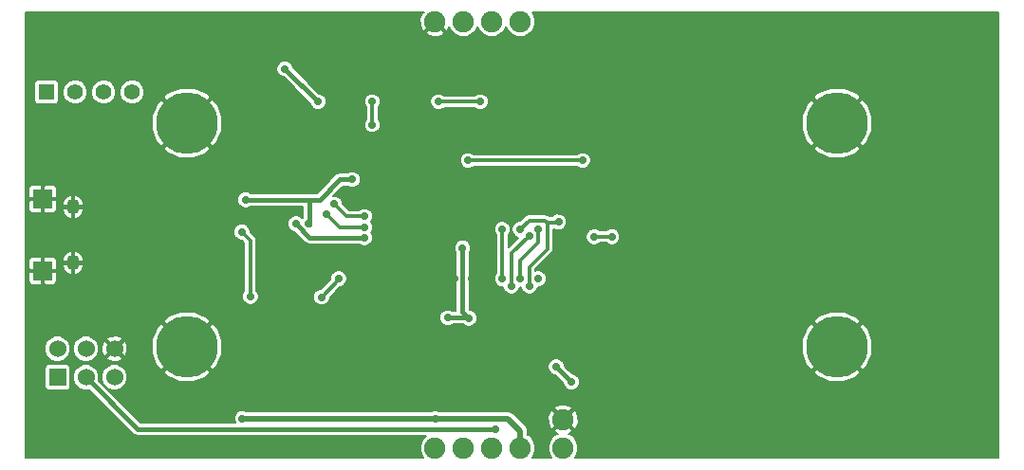
<source format=gbl>
G04 (created by PCBNEW (2013-07-07 BZR 4022)-stable) date 10/12/2013 15:05:52*
%MOIN*%
G04 Gerber Fmt 3.4, Leading zero omitted, Abs format*
%FSLAX34Y34*%
G01*
G70*
G90*
G04 APERTURE LIST*
%ADD10C,0.00590551*%
%ADD11R,0.055X0.055*%
%ADD12C,0.055*%
%ADD13R,0.06X0.06*%
%ADD14C,0.06*%
%ADD15O,0.0452756X0.0551181*%
%ADD16R,0.0669291X0.0669291*%
%ADD17C,0.216535*%
%ADD18C,0.0748031*%
%ADD19C,0.0275591*%
%ADD20C,0.011811*%
%ADD21C,0.015748*%
%ADD22C,0.019685*%
%ADD23C,0.00787402*%
G04 APERTURE END LIST*
G54D10*
G54D11*
X62397Y-34350D03*
G54D12*
X63397Y-34350D03*
X64397Y-34350D03*
X65397Y-34350D03*
G54D13*
X62779Y-44377D03*
G54D14*
X62779Y-43377D03*
X63779Y-44377D03*
X63779Y-43377D03*
X64779Y-44377D03*
X64779Y-43377D03*
G54D15*
X63326Y-38385D03*
X63326Y-40354D03*
G54D16*
X62263Y-38110D03*
X62263Y-40629D03*
G54D17*
X67322Y-43307D03*
X90157Y-43307D03*
X90157Y-35433D03*
X67322Y-35433D03*
G54D18*
X76040Y-31870D03*
X77040Y-31870D03*
X78040Y-31870D03*
X79040Y-31870D03*
X79040Y-46870D03*
X78040Y-46870D03*
X77040Y-46870D03*
X76040Y-46870D03*
X80540Y-46870D03*
X80540Y-45870D03*
G54D19*
X82244Y-39429D03*
X81633Y-39429D03*
X80826Y-44547D03*
X80295Y-44015D03*
X76476Y-42283D03*
X73562Y-39468D03*
X71141Y-38976D03*
X77224Y-42303D03*
X77007Y-39822D03*
X73129Y-37421D03*
X69389Y-38129D03*
X71594Y-38976D03*
X71929Y-34685D03*
X70767Y-33523D03*
X72047Y-41555D03*
X72657Y-40905D03*
X79035Y-40905D03*
X79665Y-39173D03*
X78720Y-41161D03*
X79350Y-39389D03*
X78405Y-40905D03*
X78405Y-39173D03*
X81220Y-36751D03*
X77204Y-36751D03*
X69547Y-41535D03*
X69251Y-39271D03*
X80374Y-38917D03*
X79350Y-41161D03*
X79035Y-39173D03*
X76161Y-34685D03*
X77637Y-34685D03*
X73838Y-35492D03*
X73838Y-34685D03*
X79665Y-40905D03*
X72500Y-38287D03*
X73562Y-38720D03*
X73562Y-39094D03*
X72224Y-38641D03*
X78149Y-46200D03*
X69271Y-45826D03*
X76043Y-45826D03*
X76299Y-39212D03*
X76377Y-43641D03*
X78937Y-43641D03*
X78543Y-43641D03*
X80610Y-43641D03*
X80019Y-43641D03*
X81496Y-43641D03*
X83838Y-38937D03*
X81417Y-40787D03*
X79980Y-41161D03*
X80708Y-40669D03*
X77933Y-40905D03*
X72500Y-41968D03*
X74330Y-35984D03*
X76377Y-36003D03*
X73937Y-43877D03*
X72677Y-44685D03*
X74763Y-41161D03*
X74763Y-40728D03*
X77322Y-40905D03*
X76712Y-40905D03*
X76102Y-40905D03*
X75649Y-35787D03*
X74251Y-37440D03*
X76397Y-37401D03*
X74940Y-37814D03*
X68228Y-44488D03*
X68799Y-41535D03*
X70314Y-37578D03*
X71968Y-37578D03*
X70314Y-35925D03*
X71968Y-35925D03*
X71141Y-36751D03*
X68661Y-33740D03*
X68661Y-32007D03*
X73188Y-34685D03*
X63818Y-39881D03*
X63700Y-37322D03*
X64173Y-37814D03*
X73562Y-38346D03*
X70177Y-39803D03*
X71732Y-40236D03*
X71122Y-40236D03*
X67933Y-38129D03*
X67933Y-37519D03*
X69114Y-34429D03*
X65413Y-39330D03*
X69960Y-44527D03*
X75511Y-44291D03*
X74881Y-44291D03*
X81968Y-44291D03*
X82598Y-44291D03*
G54D20*
X81633Y-39429D02*
X82244Y-39429D01*
G54D21*
X80295Y-44015D02*
X80826Y-44547D01*
X77224Y-42303D02*
X77204Y-42283D01*
X77204Y-42283D02*
X76476Y-42283D01*
X71633Y-39468D02*
X73562Y-39468D01*
X71141Y-38976D02*
X71633Y-39468D01*
X77007Y-42086D02*
X77224Y-42303D01*
X77007Y-39822D02*
X77007Y-42086D01*
X71614Y-38996D02*
X71614Y-38129D01*
X71614Y-38129D02*
X71633Y-38129D01*
X71614Y-38996D02*
X71594Y-38976D01*
X71358Y-38129D02*
X71633Y-38129D01*
X70629Y-38129D02*
X71358Y-38129D01*
X71633Y-38129D02*
X71988Y-38129D01*
X71988Y-38129D02*
X72696Y-37421D01*
X72696Y-37421D02*
X73129Y-37421D01*
X69389Y-38129D02*
X70629Y-38129D01*
X71929Y-34685D02*
X70767Y-33523D01*
G54D20*
X72657Y-40944D02*
X72657Y-40905D01*
X72047Y-41555D02*
X72657Y-40944D01*
X79665Y-39173D02*
X79665Y-39645D01*
X79035Y-40275D02*
X79035Y-40905D01*
X79665Y-39645D02*
X79035Y-40275D01*
X79350Y-39389D02*
X78720Y-40019D01*
X78720Y-40019D02*
X78720Y-41161D01*
X78405Y-39173D02*
X78405Y-40905D01*
X77204Y-36751D02*
X81220Y-36751D01*
X69547Y-41535D02*
X69547Y-39566D01*
X69547Y-39566D02*
X69251Y-39271D01*
X80354Y-38937D02*
X79980Y-38937D01*
X80374Y-38917D02*
X80354Y-38937D01*
X79035Y-39173D02*
X79035Y-39173D01*
X79350Y-40492D02*
X79350Y-41161D01*
X79980Y-39862D02*
X79350Y-40492D01*
X79980Y-38937D02*
X79980Y-39862D01*
X79901Y-38858D02*
X79980Y-38937D01*
X79350Y-38858D02*
X79901Y-38858D01*
X79035Y-39173D02*
X79350Y-38858D01*
X76161Y-34685D02*
X77637Y-34685D01*
X73838Y-34685D02*
X73838Y-35492D01*
X72500Y-38287D02*
X72933Y-38720D01*
X72933Y-38720D02*
X73562Y-38720D01*
X72677Y-39094D02*
X73562Y-39094D01*
X72224Y-38641D02*
X72677Y-39094D01*
G54D21*
X63779Y-44377D02*
X65602Y-46200D01*
X65602Y-46200D02*
X78149Y-46200D01*
G54D22*
X79040Y-46264D02*
X79040Y-46870D01*
X78602Y-45826D02*
X79040Y-46264D01*
X69330Y-45826D02*
X76043Y-45826D01*
X76043Y-45826D02*
X78602Y-45826D01*
G54D21*
X71141Y-36751D02*
X70314Y-37578D01*
X71141Y-36751D02*
X71968Y-37578D01*
X71141Y-36751D02*
X70314Y-35925D01*
X71141Y-36751D02*
X71968Y-35925D01*
G54D10*
G36*
X95826Y-47204D02*
X91399Y-47204D01*
X91399Y-43070D01*
X91399Y-35196D01*
X91214Y-34739D01*
X91203Y-34722D01*
X91051Y-34595D01*
X90995Y-34650D01*
X90995Y-34539D01*
X90868Y-34387D01*
X90414Y-34194D01*
X89920Y-34190D01*
X89463Y-34376D01*
X89446Y-34387D01*
X89319Y-34539D01*
X90157Y-35377D01*
X90995Y-34539D01*
X90995Y-34650D01*
X90213Y-35433D01*
X91051Y-36271D01*
X91203Y-36144D01*
X91395Y-35689D01*
X91399Y-35196D01*
X91399Y-43070D01*
X91214Y-42613D01*
X91203Y-42596D01*
X91051Y-42469D01*
X90995Y-42524D01*
X90995Y-42413D01*
X90995Y-36326D01*
X90157Y-35488D01*
X90101Y-35544D01*
X90101Y-35433D01*
X89263Y-34595D01*
X89111Y-34722D01*
X88919Y-35176D01*
X88915Y-35669D01*
X89100Y-36126D01*
X89111Y-36144D01*
X89263Y-36271D01*
X90101Y-35433D01*
X90101Y-35544D01*
X89319Y-36326D01*
X89446Y-36478D01*
X89900Y-36671D01*
X90394Y-36675D01*
X90851Y-36490D01*
X90868Y-36478D01*
X90995Y-36326D01*
X90995Y-42413D01*
X90868Y-42261D01*
X90414Y-42068D01*
X89920Y-42064D01*
X89463Y-42250D01*
X89446Y-42261D01*
X89319Y-42413D01*
X90157Y-43251D01*
X90995Y-42413D01*
X90995Y-42524D01*
X90213Y-43307D01*
X91051Y-44145D01*
X91203Y-44018D01*
X91395Y-43563D01*
X91399Y-43070D01*
X91399Y-47204D01*
X90995Y-47204D01*
X90995Y-44200D01*
X90157Y-43362D01*
X90101Y-43418D01*
X90101Y-43307D01*
X89263Y-42469D01*
X89111Y-42596D01*
X88919Y-43050D01*
X88915Y-43543D01*
X89100Y-44001D01*
X89111Y-44018D01*
X89263Y-44145D01*
X90101Y-43307D01*
X90101Y-43418D01*
X89319Y-44200D01*
X89446Y-44352D01*
X89900Y-44545D01*
X90394Y-44549D01*
X90851Y-44364D01*
X90868Y-44352D01*
X90995Y-44200D01*
X90995Y-47204D01*
X82539Y-47204D01*
X82539Y-39370D01*
X82494Y-39262D01*
X82411Y-39178D01*
X82303Y-39133D01*
X82185Y-39133D01*
X82077Y-39178D01*
X82043Y-39212D01*
X81834Y-39212D01*
X81801Y-39178D01*
X81692Y-39133D01*
X81575Y-39133D01*
X81515Y-39158D01*
X81515Y-36693D01*
X81470Y-36584D01*
X81387Y-36501D01*
X81279Y-36456D01*
X81161Y-36456D01*
X81053Y-36501D01*
X81019Y-36535D01*
X77933Y-36535D01*
X77933Y-34626D01*
X77888Y-34517D01*
X77805Y-34434D01*
X77696Y-34389D01*
X77579Y-34389D01*
X77470Y-34434D01*
X77436Y-34468D01*
X76366Y-34468D01*
X76366Y-32252D01*
X76040Y-31925D01*
X75984Y-31981D01*
X75713Y-32252D01*
X75754Y-32330D01*
X75952Y-32404D01*
X76163Y-32397D01*
X76325Y-32330D01*
X76366Y-32252D01*
X76366Y-34468D01*
X76362Y-34468D01*
X76328Y-34434D01*
X76220Y-34389D01*
X76102Y-34389D01*
X75994Y-34434D01*
X75911Y-34517D01*
X75866Y-34626D01*
X75866Y-34743D01*
X75910Y-34852D01*
X75993Y-34935D01*
X76102Y-34980D01*
X76219Y-34980D01*
X76328Y-34935D01*
X76362Y-34901D01*
X77436Y-34901D01*
X77470Y-34935D01*
X77578Y-34980D01*
X77696Y-34980D01*
X77804Y-34935D01*
X77887Y-34852D01*
X77933Y-34744D01*
X77933Y-34626D01*
X77933Y-36535D01*
X77405Y-36535D01*
X77372Y-36501D01*
X77263Y-36456D01*
X77146Y-36456D01*
X77037Y-36501D01*
X76954Y-36584D01*
X76909Y-36692D01*
X76909Y-36810D01*
X76954Y-36919D01*
X77037Y-37002D01*
X77145Y-37047D01*
X77263Y-37047D01*
X77371Y-37002D01*
X77405Y-36968D01*
X81019Y-36968D01*
X81052Y-37002D01*
X81161Y-37047D01*
X81278Y-37047D01*
X81387Y-37002D01*
X81470Y-36919D01*
X81515Y-36810D01*
X81515Y-36693D01*
X81515Y-39158D01*
X81466Y-39178D01*
X81383Y-39261D01*
X81338Y-39370D01*
X81338Y-39487D01*
X81383Y-39596D01*
X81466Y-39679D01*
X81574Y-39724D01*
X81692Y-39724D01*
X81800Y-39679D01*
X81834Y-39645D01*
X82043Y-39645D01*
X82076Y-39679D01*
X82185Y-39724D01*
X82302Y-39724D01*
X82411Y-39679D01*
X82494Y-39596D01*
X82539Y-39488D01*
X82539Y-39370D01*
X82539Y-47204D01*
X81122Y-47204D01*
X81122Y-44488D01*
X81077Y-44380D01*
X80994Y-44297D01*
X80885Y-44252D01*
X80865Y-44252D01*
X80669Y-44055D01*
X80669Y-38858D01*
X80624Y-38750D01*
X80541Y-38667D01*
X80433Y-38622D01*
X80315Y-38621D01*
X80206Y-38666D01*
X80153Y-38720D01*
X80070Y-38720D01*
X80054Y-38705D01*
X79984Y-38658D01*
X79901Y-38641D01*
X79350Y-38641D01*
X79350Y-38641D01*
X79333Y-38645D01*
X79267Y-38658D01*
X79197Y-38705D01*
X79197Y-38705D01*
X79024Y-38877D01*
X78976Y-38877D01*
X78868Y-38922D01*
X78785Y-39005D01*
X78740Y-39114D01*
X78740Y-39231D01*
X78784Y-39340D01*
X78867Y-39423D01*
X78968Y-39465D01*
X78622Y-39811D01*
X78622Y-39374D01*
X78655Y-39340D01*
X78700Y-39232D01*
X78700Y-39114D01*
X78655Y-39006D01*
X78572Y-38923D01*
X78464Y-38878D01*
X78347Y-38877D01*
X78238Y-38922D01*
X78155Y-39005D01*
X78110Y-39114D01*
X78110Y-39231D01*
X78155Y-39340D01*
X78188Y-39374D01*
X78188Y-40704D01*
X78155Y-40738D01*
X78110Y-40846D01*
X78110Y-40963D01*
X78155Y-41072D01*
X78238Y-41155D01*
X78346Y-41200D01*
X78425Y-41200D01*
X78425Y-41219D01*
X78470Y-41328D01*
X78552Y-41411D01*
X78661Y-41456D01*
X78778Y-41456D01*
X78887Y-41411D01*
X78970Y-41328D01*
X79015Y-41220D01*
X79015Y-41200D01*
X79055Y-41200D01*
X79055Y-41219D01*
X79099Y-41328D01*
X79182Y-41411D01*
X79291Y-41456D01*
X79408Y-41456D01*
X79517Y-41411D01*
X79600Y-41328D01*
X79645Y-41220D01*
X79645Y-41200D01*
X79723Y-41200D01*
X79832Y-41155D01*
X79915Y-41072D01*
X79960Y-40964D01*
X79960Y-40847D01*
X79915Y-40738D01*
X79832Y-40655D01*
X79724Y-40610D01*
X79606Y-40610D01*
X79566Y-40626D01*
X79566Y-40581D01*
X80133Y-40015D01*
X80133Y-40015D01*
X80133Y-40015D01*
X80180Y-39945D01*
X80196Y-39862D01*
X80196Y-39157D01*
X80206Y-39167D01*
X80315Y-39212D01*
X80432Y-39212D01*
X80541Y-39167D01*
X80624Y-39084D01*
X80669Y-38976D01*
X80669Y-38858D01*
X80669Y-44055D01*
X80590Y-43976D01*
X80590Y-43957D01*
X80545Y-43848D01*
X80462Y-43765D01*
X80354Y-43720D01*
X80236Y-43720D01*
X80128Y-43765D01*
X80045Y-43848D01*
X80000Y-43956D01*
X79999Y-44074D01*
X80044Y-44182D01*
X80127Y-44265D01*
X80236Y-44310D01*
X80256Y-44310D01*
X80531Y-44586D01*
X80531Y-44605D01*
X80576Y-44714D01*
X80659Y-44797D01*
X80767Y-44842D01*
X80885Y-44842D01*
X80993Y-44797D01*
X81076Y-44714D01*
X81121Y-44606D01*
X81122Y-44488D01*
X81122Y-47204D01*
X81074Y-47204D01*
X81074Y-45957D01*
X81067Y-45746D01*
X81000Y-45584D01*
X80922Y-45543D01*
X80866Y-45599D01*
X80866Y-45487D01*
X80825Y-45409D01*
X80628Y-45335D01*
X80416Y-45342D01*
X80254Y-45409D01*
X80213Y-45487D01*
X80540Y-45814D01*
X80866Y-45487D01*
X80866Y-45599D01*
X80595Y-45870D01*
X80922Y-46196D01*
X81000Y-46155D01*
X81074Y-45957D01*
X81074Y-47204D01*
X80957Y-47204D01*
X80990Y-47171D01*
X81071Y-46976D01*
X81071Y-46764D01*
X80991Y-46569D01*
X80841Y-46419D01*
X80726Y-46371D01*
X80825Y-46330D01*
X80866Y-46252D01*
X80540Y-45925D01*
X80484Y-45981D01*
X80484Y-45870D01*
X80158Y-45543D01*
X80079Y-45584D01*
X80005Y-45782D01*
X80012Y-45993D01*
X80079Y-46155D01*
X80158Y-46196D01*
X80484Y-45870D01*
X80484Y-45981D01*
X80213Y-46252D01*
X80254Y-46330D01*
X80359Y-46369D01*
X80239Y-46419D01*
X80089Y-46568D01*
X80008Y-46763D01*
X80008Y-46975D01*
X80089Y-47170D01*
X80123Y-47204D01*
X79457Y-47204D01*
X79490Y-47171D01*
X79571Y-46976D01*
X79571Y-46764D01*
X79491Y-46569D01*
X79341Y-46419D01*
X79296Y-46400D01*
X79296Y-46264D01*
X79276Y-46166D01*
X79276Y-46166D01*
X79258Y-46139D01*
X79221Y-46083D01*
X79221Y-46083D01*
X78783Y-45645D01*
X78700Y-45590D01*
X78684Y-45587D01*
X78602Y-45570D01*
X77519Y-45570D01*
X77519Y-42244D01*
X77474Y-42136D01*
X77391Y-42052D01*
X77283Y-42007D01*
X77263Y-42007D01*
X77244Y-41988D01*
X77244Y-40004D01*
X77258Y-39990D01*
X77303Y-39881D01*
X77303Y-39764D01*
X77258Y-39655D01*
X77175Y-39572D01*
X77066Y-39527D01*
X76949Y-39527D01*
X76840Y-39572D01*
X76757Y-39655D01*
X76712Y-39763D01*
X76712Y-39881D01*
X76757Y-39989D01*
X76771Y-40004D01*
X76771Y-42047D01*
X76657Y-42047D01*
X76643Y-42033D01*
X76535Y-41988D01*
X76417Y-41988D01*
X76309Y-42032D01*
X76226Y-42115D01*
X76181Y-42224D01*
X76181Y-42341D01*
X76225Y-42450D01*
X76308Y-42533D01*
X76417Y-42578D01*
X76534Y-42578D01*
X76643Y-42533D01*
X76657Y-42519D01*
X77023Y-42519D01*
X77056Y-42553D01*
X77165Y-42598D01*
X77282Y-42598D01*
X77391Y-42553D01*
X77474Y-42470D01*
X77519Y-42362D01*
X77519Y-42244D01*
X77519Y-45570D01*
X76196Y-45570D01*
X76102Y-45531D01*
X75984Y-45531D01*
X75889Y-45570D01*
X74133Y-45570D01*
X74133Y-35433D01*
X74089Y-35325D01*
X74055Y-35291D01*
X74055Y-34886D01*
X74088Y-34852D01*
X74133Y-34744D01*
X74133Y-34626D01*
X74089Y-34517D01*
X74006Y-34434D01*
X73897Y-34389D01*
X73780Y-34389D01*
X73671Y-34434D01*
X73588Y-34517D01*
X73543Y-34626D01*
X73543Y-34743D01*
X73588Y-34852D01*
X73622Y-34886D01*
X73622Y-35291D01*
X73588Y-35324D01*
X73543Y-35433D01*
X73543Y-35550D01*
X73588Y-35659D01*
X73671Y-35742D01*
X73779Y-35787D01*
X73897Y-35787D01*
X74005Y-35742D01*
X74088Y-35659D01*
X74133Y-35551D01*
X74133Y-35433D01*
X74133Y-45570D01*
X73858Y-45570D01*
X73858Y-39410D01*
X73813Y-39301D01*
X73793Y-39281D01*
X73813Y-39261D01*
X73858Y-39153D01*
X73858Y-39036D01*
X73813Y-38927D01*
X73793Y-38907D01*
X73813Y-38887D01*
X73858Y-38779D01*
X73858Y-38661D01*
X73813Y-38553D01*
X73730Y-38470D01*
X73621Y-38425D01*
X73504Y-38425D01*
X73395Y-38470D01*
X73361Y-38503D01*
X73022Y-38503D01*
X72795Y-38276D01*
X72795Y-38228D01*
X72750Y-38120D01*
X72667Y-38037D01*
X72558Y-37992D01*
X72460Y-37992D01*
X72794Y-37657D01*
X72948Y-37657D01*
X72962Y-37671D01*
X73070Y-37716D01*
X73188Y-37716D01*
X73296Y-37671D01*
X73380Y-37588D01*
X73425Y-37480D01*
X73425Y-37362D01*
X73380Y-37254D01*
X73297Y-37171D01*
X73188Y-37126D01*
X73071Y-37125D01*
X72962Y-37170D01*
X72948Y-37185D01*
X72696Y-37185D01*
X72606Y-37203D01*
X72529Y-37254D01*
X72224Y-37559D01*
X72224Y-34626D01*
X72179Y-34517D01*
X72096Y-34434D01*
X71988Y-34389D01*
X71967Y-34389D01*
X71063Y-33484D01*
X71063Y-33465D01*
X71018Y-33356D01*
X70935Y-33273D01*
X70826Y-33228D01*
X70709Y-33228D01*
X70600Y-33273D01*
X70517Y-33356D01*
X70472Y-33464D01*
X70472Y-33582D01*
X70517Y-33690D01*
X70600Y-33773D01*
X70708Y-33818D01*
X70728Y-33818D01*
X71633Y-34723D01*
X71633Y-34743D01*
X71678Y-34852D01*
X71761Y-34935D01*
X71870Y-34980D01*
X71987Y-34980D01*
X72096Y-34935D01*
X72179Y-34852D01*
X72224Y-34744D01*
X72224Y-34626D01*
X72224Y-37559D01*
X71890Y-37893D01*
X71633Y-37893D01*
X71614Y-37893D01*
X71358Y-37893D01*
X70629Y-37893D01*
X69571Y-37893D01*
X69557Y-37879D01*
X69448Y-37834D01*
X69331Y-37834D01*
X69222Y-37879D01*
X69139Y-37962D01*
X69094Y-38070D01*
X69094Y-38188D01*
X69139Y-38296D01*
X69222Y-38380D01*
X69330Y-38425D01*
X69448Y-38425D01*
X69556Y-38380D01*
X69571Y-38366D01*
X70629Y-38366D01*
X71358Y-38366D01*
X71377Y-38366D01*
X71377Y-38775D01*
X71368Y-38785D01*
X71309Y-38726D01*
X71200Y-38681D01*
X71083Y-38681D01*
X70974Y-38725D01*
X70891Y-38808D01*
X70846Y-38917D01*
X70846Y-39034D01*
X70891Y-39143D01*
X70974Y-39226D01*
X71082Y-39271D01*
X71102Y-39271D01*
X71466Y-39635D01*
X71466Y-39635D01*
X71543Y-39686D01*
X71543Y-39686D01*
X71633Y-39704D01*
X71633Y-39704D01*
X73381Y-39704D01*
X73395Y-39718D01*
X73504Y-39763D01*
X73621Y-39763D01*
X73730Y-39718D01*
X73813Y-39635D01*
X73858Y-39527D01*
X73858Y-39410D01*
X73858Y-45570D01*
X72952Y-45570D01*
X72952Y-40847D01*
X72907Y-40738D01*
X72824Y-40655D01*
X72716Y-40610D01*
X72599Y-40610D01*
X72490Y-40655D01*
X72407Y-40738D01*
X72362Y-40846D01*
X72362Y-40933D01*
X72036Y-41259D01*
X71988Y-41259D01*
X71880Y-41304D01*
X71797Y-41387D01*
X71752Y-41496D01*
X71751Y-41613D01*
X71796Y-41722D01*
X71879Y-41805D01*
X71988Y-41850D01*
X72105Y-41850D01*
X72214Y-41805D01*
X72297Y-41722D01*
X72342Y-41614D01*
X72342Y-41566D01*
X72707Y-41200D01*
X72715Y-41200D01*
X72824Y-41155D01*
X72907Y-41072D01*
X72952Y-40964D01*
X72952Y-40847D01*
X72952Y-45570D01*
X69842Y-45570D01*
X69842Y-41476D01*
X69797Y-41368D01*
X69763Y-41334D01*
X69763Y-39566D01*
X69747Y-39484D01*
X69700Y-39413D01*
X69547Y-39260D01*
X69547Y-39213D01*
X69502Y-39104D01*
X69419Y-39021D01*
X69310Y-38976D01*
X69193Y-38976D01*
X69084Y-39021D01*
X69001Y-39104D01*
X68956Y-39212D01*
X68956Y-39330D01*
X69001Y-39438D01*
X69084Y-39521D01*
X69192Y-39566D01*
X69241Y-39566D01*
X69330Y-39656D01*
X69330Y-41334D01*
X69297Y-41367D01*
X69252Y-41476D01*
X69251Y-41593D01*
X69296Y-41702D01*
X69379Y-41785D01*
X69488Y-41830D01*
X69605Y-41830D01*
X69714Y-41785D01*
X69797Y-41702D01*
X69842Y-41594D01*
X69842Y-41476D01*
X69842Y-45570D01*
X69425Y-45570D01*
X69330Y-45531D01*
X69213Y-45531D01*
X69104Y-45576D01*
X69021Y-45659D01*
X68976Y-45767D01*
X68976Y-45885D01*
X69009Y-45964D01*
X68564Y-45964D01*
X68564Y-43070D01*
X68564Y-35196D01*
X68379Y-34739D01*
X68368Y-34722D01*
X68216Y-34595D01*
X68160Y-34650D01*
X68160Y-34539D01*
X68033Y-34387D01*
X67579Y-34194D01*
X67086Y-34190D01*
X66628Y-34376D01*
X66611Y-34387D01*
X66484Y-34539D01*
X67322Y-35377D01*
X68160Y-34539D01*
X68160Y-34650D01*
X67378Y-35433D01*
X68216Y-36271D01*
X68368Y-36144D01*
X68560Y-35689D01*
X68564Y-35196D01*
X68564Y-43070D01*
X68379Y-42613D01*
X68368Y-42596D01*
X68216Y-42469D01*
X68160Y-42524D01*
X68160Y-42413D01*
X68160Y-36326D01*
X67322Y-35488D01*
X67267Y-35544D01*
X67267Y-35433D01*
X66429Y-34595D01*
X66277Y-34722D01*
X66084Y-35176D01*
X66080Y-35669D01*
X66265Y-36126D01*
X66277Y-36144D01*
X66429Y-36271D01*
X67267Y-35433D01*
X67267Y-35544D01*
X66484Y-36326D01*
X66611Y-36478D01*
X67066Y-36671D01*
X67559Y-36675D01*
X68016Y-36490D01*
X68033Y-36478D01*
X68160Y-36326D01*
X68160Y-42413D01*
X68033Y-42261D01*
X67579Y-42068D01*
X67086Y-42064D01*
X66628Y-42250D01*
X66611Y-42261D01*
X66484Y-42413D01*
X67322Y-43251D01*
X68160Y-42413D01*
X68160Y-42524D01*
X67378Y-43307D01*
X68216Y-44145D01*
X68368Y-44018D01*
X68560Y-43563D01*
X68564Y-43070D01*
X68564Y-45964D01*
X68160Y-45964D01*
X68160Y-44200D01*
X67322Y-43362D01*
X67267Y-43418D01*
X67267Y-43307D01*
X66429Y-42469D01*
X66277Y-42596D01*
X66084Y-43050D01*
X66080Y-43543D01*
X66265Y-44001D01*
X66277Y-44018D01*
X66429Y-44145D01*
X67267Y-43307D01*
X67267Y-43418D01*
X66484Y-44200D01*
X66611Y-44352D01*
X67066Y-44545D01*
X67559Y-44549D01*
X68016Y-44364D01*
X68033Y-44352D01*
X68160Y-44200D01*
X68160Y-45964D01*
X65830Y-45964D01*
X65830Y-34264D01*
X65764Y-34105D01*
X65642Y-33983D01*
X65484Y-33917D01*
X65311Y-33917D01*
X65152Y-33983D01*
X65031Y-34105D01*
X64965Y-34263D01*
X64965Y-34436D01*
X65030Y-34595D01*
X65152Y-34716D01*
X65311Y-34782D01*
X65483Y-34782D01*
X65642Y-34717D01*
X65764Y-34595D01*
X65830Y-34436D01*
X65830Y-34264D01*
X65830Y-45964D01*
X65700Y-45964D01*
X65240Y-45505D01*
X65240Y-43448D01*
X65232Y-43266D01*
X65178Y-43136D01*
X65108Y-43105D01*
X65052Y-43160D01*
X65052Y-43049D01*
X65020Y-42978D01*
X64849Y-42916D01*
X64830Y-42917D01*
X64830Y-34264D01*
X64764Y-34105D01*
X64642Y-33983D01*
X64484Y-33917D01*
X64311Y-33917D01*
X64152Y-33983D01*
X64031Y-34105D01*
X63965Y-34263D01*
X63965Y-34436D01*
X64030Y-34595D01*
X64152Y-34716D01*
X64311Y-34782D01*
X64483Y-34782D01*
X64642Y-34717D01*
X64764Y-34595D01*
X64830Y-34436D01*
X64830Y-34264D01*
X64830Y-42917D01*
X64667Y-42925D01*
X64538Y-42978D01*
X64506Y-43049D01*
X64779Y-43322D01*
X65052Y-43049D01*
X65052Y-43160D01*
X64835Y-43377D01*
X65108Y-43650D01*
X65178Y-43619D01*
X65240Y-43448D01*
X65240Y-45505D01*
X65237Y-45501D01*
X65237Y-44287D01*
X65167Y-44119D01*
X65052Y-44003D01*
X65052Y-43706D01*
X64779Y-43433D01*
X64723Y-43489D01*
X64723Y-43377D01*
X64450Y-43105D01*
X64380Y-43136D01*
X64318Y-43307D01*
X64326Y-43489D01*
X64380Y-43619D01*
X64450Y-43650D01*
X64723Y-43377D01*
X64723Y-43489D01*
X64506Y-43706D01*
X64538Y-43777D01*
X64709Y-43839D01*
X64891Y-43830D01*
X65020Y-43777D01*
X65052Y-43706D01*
X65052Y-44003D01*
X65039Y-43990D01*
X64870Y-43920D01*
X64688Y-43920D01*
X64520Y-43989D01*
X64391Y-44118D01*
X64322Y-44286D01*
X64321Y-44468D01*
X64391Y-44636D01*
X64520Y-44765D01*
X64688Y-44835D01*
X64870Y-44835D01*
X65038Y-44766D01*
X65167Y-44637D01*
X65236Y-44469D01*
X65237Y-44287D01*
X65237Y-45501D01*
X64227Y-44491D01*
X64236Y-44469D01*
X64237Y-44287D01*
X64237Y-43287D01*
X64167Y-43119D01*
X64039Y-42990D01*
X63870Y-42920D01*
X63830Y-42920D01*
X63830Y-34264D01*
X63764Y-34105D01*
X63642Y-33983D01*
X63484Y-33917D01*
X63311Y-33917D01*
X63152Y-33983D01*
X63031Y-34105D01*
X62965Y-34263D01*
X62965Y-34436D01*
X63030Y-34595D01*
X63152Y-34716D01*
X63311Y-34782D01*
X63483Y-34782D01*
X63642Y-34717D01*
X63764Y-34595D01*
X63830Y-34436D01*
X63830Y-34264D01*
X63830Y-42920D01*
X63707Y-42920D01*
X63707Y-40453D01*
X63707Y-40254D01*
X63707Y-38485D01*
X63707Y-38286D01*
X63659Y-38144D01*
X63560Y-38031D01*
X63425Y-37965D01*
X63366Y-37994D01*
X63366Y-38346D01*
X63671Y-38346D01*
X63707Y-38286D01*
X63707Y-38485D01*
X63671Y-38425D01*
X63366Y-38425D01*
X63366Y-38777D01*
X63425Y-38806D01*
X63560Y-38740D01*
X63659Y-38627D01*
X63707Y-38485D01*
X63707Y-40254D01*
X63659Y-40112D01*
X63560Y-39999D01*
X63425Y-39934D01*
X63366Y-39962D01*
X63366Y-40314D01*
X63671Y-40314D01*
X63707Y-40254D01*
X63707Y-40453D01*
X63671Y-40393D01*
X63366Y-40393D01*
X63366Y-40745D01*
X63425Y-40774D01*
X63560Y-40708D01*
X63659Y-40595D01*
X63707Y-40453D01*
X63707Y-42920D01*
X63688Y-42920D01*
X63520Y-42989D01*
X63391Y-43118D01*
X63322Y-43286D01*
X63321Y-43468D01*
X63391Y-43636D01*
X63520Y-43765D01*
X63688Y-43835D01*
X63870Y-43835D01*
X64038Y-43766D01*
X64167Y-43637D01*
X64236Y-43469D01*
X64237Y-43287D01*
X64237Y-44287D01*
X64167Y-44119D01*
X64039Y-43990D01*
X63870Y-43920D01*
X63688Y-43920D01*
X63520Y-43989D01*
X63391Y-44118D01*
X63322Y-44286D01*
X63321Y-44468D01*
X63391Y-44636D01*
X63520Y-44765D01*
X63688Y-44835D01*
X63870Y-44835D01*
X63893Y-44825D01*
X65435Y-46367D01*
X65435Y-46367D01*
X65486Y-46402D01*
X65511Y-46419D01*
X65511Y-46419D01*
X65602Y-46437D01*
X65602Y-46437D01*
X75721Y-46437D01*
X75589Y-46568D01*
X75508Y-46763D01*
X75508Y-46975D01*
X75589Y-47170D01*
X75623Y-47204D01*
X63287Y-47204D01*
X63287Y-40745D01*
X63287Y-40393D01*
X63287Y-40314D01*
X63287Y-39962D01*
X63287Y-38777D01*
X63287Y-38425D01*
X63287Y-38346D01*
X63287Y-37994D01*
X63228Y-37965D01*
X63092Y-38031D01*
X62993Y-38144D01*
X62945Y-38286D01*
X62981Y-38346D01*
X63287Y-38346D01*
X63287Y-38425D01*
X62981Y-38425D01*
X62945Y-38485D01*
X62993Y-38627D01*
X63092Y-38740D01*
X63228Y-38806D01*
X63287Y-38777D01*
X63287Y-39962D01*
X63228Y-39934D01*
X63092Y-39999D01*
X62993Y-40112D01*
X62945Y-40254D01*
X62981Y-40314D01*
X63287Y-40314D01*
X63287Y-40393D01*
X62981Y-40393D01*
X62945Y-40453D01*
X62993Y-40595D01*
X63092Y-40708D01*
X63228Y-40774D01*
X63287Y-40745D01*
X63287Y-47204D01*
X63237Y-47204D01*
X63237Y-43287D01*
X63167Y-43119D01*
X63039Y-42990D01*
X62870Y-42920D01*
X62830Y-42920D01*
X62830Y-34594D01*
X62830Y-34044D01*
X62806Y-33986D01*
X62761Y-33941D01*
X62704Y-33917D01*
X62641Y-33917D01*
X62091Y-33917D01*
X62033Y-33941D01*
X61989Y-33986D01*
X61965Y-34043D01*
X61965Y-34106D01*
X61965Y-34656D01*
X61989Y-34714D01*
X62033Y-34758D01*
X62091Y-34782D01*
X62153Y-34782D01*
X62703Y-34782D01*
X62761Y-34758D01*
X62806Y-34714D01*
X62830Y-34656D01*
X62830Y-34594D01*
X62830Y-42920D01*
X62755Y-42920D01*
X62755Y-40995D01*
X62755Y-40264D01*
X62755Y-38476D01*
X62755Y-37744D01*
X62732Y-37686D01*
X62687Y-37642D01*
X62629Y-37618D01*
X62567Y-37618D01*
X62342Y-37618D01*
X62303Y-37657D01*
X62303Y-38070D01*
X62716Y-38070D01*
X62755Y-38031D01*
X62755Y-37744D01*
X62755Y-38476D01*
X62755Y-38188D01*
X62716Y-38149D01*
X62303Y-38149D01*
X62303Y-38562D01*
X62342Y-38602D01*
X62567Y-38602D01*
X62629Y-38602D01*
X62687Y-38578D01*
X62732Y-38533D01*
X62755Y-38476D01*
X62755Y-40264D01*
X62732Y-40206D01*
X62687Y-40161D01*
X62629Y-40137D01*
X62567Y-40137D01*
X62342Y-40137D01*
X62303Y-40177D01*
X62303Y-40590D01*
X62716Y-40590D01*
X62755Y-40551D01*
X62755Y-40264D01*
X62755Y-40995D01*
X62755Y-40708D01*
X62716Y-40669D01*
X62303Y-40669D01*
X62303Y-41082D01*
X62342Y-41122D01*
X62567Y-41122D01*
X62629Y-41122D01*
X62687Y-41097D01*
X62732Y-41053D01*
X62755Y-40995D01*
X62755Y-42920D01*
X62688Y-42920D01*
X62520Y-42989D01*
X62391Y-43118D01*
X62322Y-43286D01*
X62321Y-43468D01*
X62391Y-43636D01*
X62520Y-43765D01*
X62688Y-43835D01*
X62870Y-43835D01*
X63038Y-43766D01*
X63167Y-43637D01*
X63236Y-43469D01*
X63237Y-43287D01*
X63237Y-47204D01*
X63237Y-47204D01*
X63237Y-44646D01*
X63237Y-44046D01*
X63213Y-43988D01*
X63168Y-43944D01*
X63110Y-43920D01*
X63048Y-43920D01*
X62448Y-43920D01*
X62390Y-43944D01*
X62346Y-43988D01*
X62322Y-44046D01*
X62322Y-44109D01*
X62322Y-44709D01*
X62345Y-44767D01*
X62390Y-44811D01*
X62448Y-44835D01*
X62510Y-44835D01*
X63110Y-44835D01*
X63168Y-44811D01*
X63212Y-44767D01*
X63236Y-44709D01*
X63237Y-44646D01*
X63237Y-47204D01*
X62224Y-47204D01*
X62224Y-41082D01*
X62224Y-40669D01*
X62224Y-40590D01*
X62224Y-40177D01*
X62224Y-38562D01*
X62224Y-38149D01*
X62224Y-38070D01*
X62224Y-37657D01*
X62185Y-37618D01*
X61960Y-37618D01*
X61897Y-37618D01*
X61839Y-37642D01*
X61795Y-37686D01*
X61771Y-37744D01*
X61771Y-38031D01*
X61811Y-38070D01*
X62224Y-38070D01*
X62224Y-38149D01*
X61811Y-38149D01*
X61771Y-38188D01*
X61771Y-38476D01*
X61795Y-38533D01*
X61839Y-38578D01*
X61897Y-38602D01*
X61960Y-38602D01*
X62185Y-38602D01*
X62224Y-38562D01*
X62224Y-40177D01*
X62185Y-40137D01*
X61960Y-40137D01*
X61897Y-40137D01*
X61839Y-40161D01*
X61795Y-40206D01*
X61771Y-40264D01*
X61771Y-40551D01*
X61811Y-40590D01*
X62224Y-40590D01*
X62224Y-40669D01*
X61811Y-40669D01*
X61771Y-40708D01*
X61771Y-40995D01*
X61795Y-41053D01*
X61839Y-41097D01*
X61897Y-41122D01*
X61960Y-41122D01*
X62185Y-41122D01*
X62224Y-41082D01*
X62224Y-47204D01*
X61653Y-47204D01*
X61653Y-31535D01*
X75649Y-31535D01*
X75658Y-31543D01*
X75579Y-31584D01*
X75505Y-31782D01*
X75512Y-31993D01*
X75579Y-32155D01*
X75658Y-32196D01*
X75984Y-31870D01*
X75978Y-31864D01*
X76034Y-31808D01*
X76040Y-31814D01*
X76045Y-31808D01*
X76101Y-31864D01*
X76095Y-31870D01*
X76422Y-32196D01*
X76500Y-32155D01*
X76539Y-32051D01*
X76589Y-32170D01*
X76738Y-32320D01*
X76933Y-32401D01*
X77145Y-32401D01*
X77340Y-32320D01*
X77490Y-32171D01*
X77540Y-32051D01*
X77589Y-32170D01*
X77738Y-32320D01*
X77933Y-32401D01*
X78145Y-32401D01*
X78340Y-32320D01*
X78490Y-32171D01*
X78540Y-32051D01*
X78589Y-32170D01*
X78738Y-32320D01*
X78933Y-32401D01*
X79145Y-32401D01*
X79340Y-32320D01*
X79490Y-32171D01*
X79571Y-31976D01*
X79571Y-31764D01*
X79491Y-31569D01*
X79457Y-31535D01*
X95826Y-31535D01*
X95826Y-47204D01*
X95826Y-47204D01*
G37*
G54D23*
X95826Y-47204D02*
X91399Y-47204D01*
X91399Y-43070D01*
X91399Y-35196D01*
X91214Y-34739D01*
X91203Y-34722D01*
X91051Y-34595D01*
X90995Y-34650D01*
X90995Y-34539D01*
X90868Y-34387D01*
X90414Y-34194D01*
X89920Y-34190D01*
X89463Y-34376D01*
X89446Y-34387D01*
X89319Y-34539D01*
X90157Y-35377D01*
X90995Y-34539D01*
X90995Y-34650D01*
X90213Y-35433D01*
X91051Y-36271D01*
X91203Y-36144D01*
X91395Y-35689D01*
X91399Y-35196D01*
X91399Y-43070D01*
X91214Y-42613D01*
X91203Y-42596D01*
X91051Y-42469D01*
X90995Y-42524D01*
X90995Y-42413D01*
X90995Y-36326D01*
X90157Y-35488D01*
X90101Y-35544D01*
X90101Y-35433D01*
X89263Y-34595D01*
X89111Y-34722D01*
X88919Y-35176D01*
X88915Y-35669D01*
X89100Y-36126D01*
X89111Y-36144D01*
X89263Y-36271D01*
X90101Y-35433D01*
X90101Y-35544D01*
X89319Y-36326D01*
X89446Y-36478D01*
X89900Y-36671D01*
X90394Y-36675D01*
X90851Y-36490D01*
X90868Y-36478D01*
X90995Y-36326D01*
X90995Y-42413D01*
X90868Y-42261D01*
X90414Y-42068D01*
X89920Y-42064D01*
X89463Y-42250D01*
X89446Y-42261D01*
X89319Y-42413D01*
X90157Y-43251D01*
X90995Y-42413D01*
X90995Y-42524D01*
X90213Y-43307D01*
X91051Y-44145D01*
X91203Y-44018D01*
X91395Y-43563D01*
X91399Y-43070D01*
X91399Y-47204D01*
X90995Y-47204D01*
X90995Y-44200D01*
X90157Y-43362D01*
X90101Y-43418D01*
X90101Y-43307D01*
X89263Y-42469D01*
X89111Y-42596D01*
X88919Y-43050D01*
X88915Y-43543D01*
X89100Y-44001D01*
X89111Y-44018D01*
X89263Y-44145D01*
X90101Y-43307D01*
X90101Y-43418D01*
X89319Y-44200D01*
X89446Y-44352D01*
X89900Y-44545D01*
X90394Y-44549D01*
X90851Y-44364D01*
X90868Y-44352D01*
X90995Y-44200D01*
X90995Y-47204D01*
X82539Y-47204D01*
X82539Y-39370D01*
X82494Y-39262D01*
X82411Y-39178D01*
X82303Y-39133D01*
X82185Y-39133D01*
X82077Y-39178D01*
X82043Y-39212D01*
X81834Y-39212D01*
X81801Y-39178D01*
X81692Y-39133D01*
X81575Y-39133D01*
X81515Y-39158D01*
X81515Y-36693D01*
X81470Y-36584D01*
X81387Y-36501D01*
X81279Y-36456D01*
X81161Y-36456D01*
X81053Y-36501D01*
X81019Y-36535D01*
X77933Y-36535D01*
X77933Y-34626D01*
X77888Y-34517D01*
X77805Y-34434D01*
X77696Y-34389D01*
X77579Y-34389D01*
X77470Y-34434D01*
X77436Y-34468D01*
X76366Y-34468D01*
X76366Y-32252D01*
X76040Y-31925D01*
X75984Y-31981D01*
X75713Y-32252D01*
X75754Y-32330D01*
X75952Y-32404D01*
X76163Y-32397D01*
X76325Y-32330D01*
X76366Y-32252D01*
X76366Y-34468D01*
X76362Y-34468D01*
X76328Y-34434D01*
X76220Y-34389D01*
X76102Y-34389D01*
X75994Y-34434D01*
X75911Y-34517D01*
X75866Y-34626D01*
X75866Y-34743D01*
X75910Y-34852D01*
X75993Y-34935D01*
X76102Y-34980D01*
X76219Y-34980D01*
X76328Y-34935D01*
X76362Y-34901D01*
X77436Y-34901D01*
X77470Y-34935D01*
X77578Y-34980D01*
X77696Y-34980D01*
X77804Y-34935D01*
X77887Y-34852D01*
X77933Y-34744D01*
X77933Y-34626D01*
X77933Y-36535D01*
X77405Y-36535D01*
X77372Y-36501D01*
X77263Y-36456D01*
X77146Y-36456D01*
X77037Y-36501D01*
X76954Y-36584D01*
X76909Y-36692D01*
X76909Y-36810D01*
X76954Y-36919D01*
X77037Y-37002D01*
X77145Y-37047D01*
X77263Y-37047D01*
X77371Y-37002D01*
X77405Y-36968D01*
X81019Y-36968D01*
X81052Y-37002D01*
X81161Y-37047D01*
X81278Y-37047D01*
X81387Y-37002D01*
X81470Y-36919D01*
X81515Y-36810D01*
X81515Y-36693D01*
X81515Y-39158D01*
X81466Y-39178D01*
X81383Y-39261D01*
X81338Y-39370D01*
X81338Y-39487D01*
X81383Y-39596D01*
X81466Y-39679D01*
X81574Y-39724D01*
X81692Y-39724D01*
X81800Y-39679D01*
X81834Y-39645D01*
X82043Y-39645D01*
X82076Y-39679D01*
X82185Y-39724D01*
X82302Y-39724D01*
X82411Y-39679D01*
X82494Y-39596D01*
X82539Y-39488D01*
X82539Y-39370D01*
X82539Y-47204D01*
X81122Y-47204D01*
X81122Y-44488D01*
X81077Y-44380D01*
X80994Y-44297D01*
X80885Y-44252D01*
X80865Y-44252D01*
X80669Y-44055D01*
X80669Y-38858D01*
X80624Y-38750D01*
X80541Y-38667D01*
X80433Y-38622D01*
X80315Y-38621D01*
X80206Y-38666D01*
X80153Y-38720D01*
X80070Y-38720D01*
X80054Y-38705D01*
X79984Y-38658D01*
X79901Y-38641D01*
X79350Y-38641D01*
X79350Y-38641D01*
X79333Y-38645D01*
X79267Y-38658D01*
X79197Y-38705D01*
X79197Y-38705D01*
X79024Y-38877D01*
X78976Y-38877D01*
X78868Y-38922D01*
X78785Y-39005D01*
X78740Y-39114D01*
X78740Y-39231D01*
X78784Y-39340D01*
X78867Y-39423D01*
X78968Y-39465D01*
X78622Y-39811D01*
X78622Y-39374D01*
X78655Y-39340D01*
X78700Y-39232D01*
X78700Y-39114D01*
X78655Y-39006D01*
X78572Y-38923D01*
X78464Y-38878D01*
X78347Y-38877D01*
X78238Y-38922D01*
X78155Y-39005D01*
X78110Y-39114D01*
X78110Y-39231D01*
X78155Y-39340D01*
X78188Y-39374D01*
X78188Y-40704D01*
X78155Y-40738D01*
X78110Y-40846D01*
X78110Y-40963D01*
X78155Y-41072D01*
X78238Y-41155D01*
X78346Y-41200D01*
X78425Y-41200D01*
X78425Y-41219D01*
X78470Y-41328D01*
X78552Y-41411D01*
X78661Y-41456D01*
X78778Y-41456D01*
X78887Y-41411D01*
X78970Y-41328D01*
X79015Y-41220D01*
X79015Y-41200D01*
X79055Y-41200D01*
X79055Y-41219D01*
X79099Y-41328D01*
X79182Y-41411D01*
X79291Y-41456D01*
X79408Y-41456D01*
X79517Y-41411D01*
X79600Y-41328D01*
X79645Y-41220D01*
X79645Y-41200D01*
X79723Y-41200D01*
X79832Y-41155D01*
X79915Y-41072D01*
X79960Y-40964D01*
X79960Y-40847D01*
X79915Y-40738D01*
X79832Y-40655D01*
X79724Y-40610D01*
X79606Y-40610D01*
X79566Y-40626D01*
X79566Y-40581D01*
X80133Y-40015D01*
X80133Y-40015D01*
X80133Y-40015D01*
X80180Y-39945D01*
X80196Y-39862D01*
X80196Y-39157D01*
X80206Y-39167D01*
X80315Y-39212D01*
X80432Y-39212D01*
X80541Y-39167D01*
X80624Y-39084D01*
X80669Y-38976D01*
X80669Y-38858D01*
X80669Y-44055D01*
X80590Y-43976D01*
X80590Y-43957D01*
X80545Y-43848D01*
X80462Y-43765D01*
X80354Y-43720D01*
X80236Y-43720D01*
X80128Y-43765D01*
X80045Y-43848D01*
X80000Y-43956D01*
X79999Y-44074D01*
X80044Y-44182D01*
X80127Y-44265D01*
X80236Y-44310D01*
X80256Y-44310D01*
X80531Y-44586D01*
X80531Y-44605D01*
X80576Y-44714D01*
X80659Y-44797D01*
X80767Y-44842D01*
X80885Y-44842D01*
X80993Y-44797D01*
X81076Y-44714D01*
X81121Y-44606D01*
X81122Y-44488D01*
X81122Y-47204D01*
X81074Y-47204D01*
X81074Y-45957D01*
X81067Y-45746D01*
X81000Y-45584D01*
X80922Y-45543D01*
X80866Y-45599D01*
X80866Y-45487D01*
X80825Y-45409D01*
X80628Y-45335D01*
X80416Y-45342D01*
X80254Y-45409D01*
X80213Y-45487D01*
X80540Y-45814D01*
X80866Y-45487D01*
X80866Y-45599D01*
X80595Y-45870D01*
X80922Y-46196D01*
X81000Y-46155D01*
X81074Y-45957D01*
X81074Y-47204D01*
X80957Y-47204D01*
X80990Y-47171D01*
X81071Y-46976D01*
X81071Y-46764D01*
X80991Y-46569D01*
X80841Y-46419D01*
X80726Y-46371D01*
X80825Y-46330D01*
X80866Y-46252D01*
X80540Y-45925D01*
X80484Y-45981D01*
X80484Y-45870D01*
X80158Y-45543D01*
X80079Y-45584D01*
X80005Y-45782D01*
X80012Y-45993D01*
X80079Y-46155D01*
X80158Y-46196D01*
X80484Y-45870D01*
X80484Y-45981D01*
X80213Y-46252D01*
X80254Y-46330D01*
X80359Y-46369D01*
X80239Y-46419D01*
X80089Y-46568D01*
X80008Y-46763D01*
X80008Y-46975D01*
X80089Y-47170D01*
X80123Y-47204D01*
X79457Y-47204D01*
X79490Y-47171D01*
X79571Y-46976D01*
X79571Y-46764D01*
X79491Y-46569D01*
X79341Y-46419D01*
X79296Y-46400D01*
X79296Y-46264D01*
X79276Y-46166D01*
X79276Y-46166D01*
X79258Y-46139D01*
X79221Y-46083D01*
X79221Y-46083D01*
X78783Y-45645D01*
X78700Y-45590D01*
X78684Y-45587D01*
X78602Y-45570D01*
X77519Y-45570D01*
X77519Y-42244D01*
X77474Y-42136D01*
X77391Y-42052D01*
X77283Y-42007D01*
X77263Y-42007D01*
X77244Y-41988D01*
X77244Y-40004D01*
X77258Y-39990D01*
X77303Y-39881D01*
X77303Y-39764D01*
X77258Y-39655D01*
X77175Y-39572D01*
X77066Y-39527D01*
X76949Y-39527D01*
X76840Y-39572D01*
X76757Y-39655D01*
X76712Y-39763D01*
X76712Y-39881D01*
X76757Y-39989D01*
X76771Y-40004D01*
X76771Y-42047D01*
X76657Y-42047D01*
X76643Y-42033D01*
X76535Y-41988D01*
X76417Y-41988D01*
X76309Y-42032D01*
X76226Y-42115D01*
X76181Y-42224D01*
X76181Y-42341D01*
X76225Y-42450D01*
X76308Y-42533D01*
X76417Y-42578D01*
X76534Y-42578D01*
X76643Y-42533D01*
X76657Y-42519D01*
X77023Y-42519D01*
X77056Y-42553D01*
X77165Y-42598D01*
X77282Y-42598D01*
X77391Y-42553D01*
X77474Y-42470D01*
X77519Y-42362D01*
X77519Y-42244D01*
X77519Y-45570D01*
X76196Y-45570D01*
X76102Y-45531D01*
X75984Y-45531D01*
X75889Y-45570D01*
X74133Y-45570D01*
X74133Y-35433D01*
X74089Y-35325D01*
X74055Y-35291D01*
X74055Y-34886D01*
X74088Y-34852D01*
X74133Y-34744D01*
X74133Y-34626D01*
X74089Y-34517D01*
X74006Y-34434D01*
X73897Y-34389D01*
X73780Y-34389D01*
X73671Y-34434D01*
X73588Y-34517D01*
X73543Y-34626D01*
X73543Y-34743D01*
X73588Y-34852D01*
X73622Y-34886D01*
X73622Y-35291D01*
X73588Y-35324D01*
X73543Y-35433D01*
X73543Y-35550D01*
X73588Y-35659D01*
X73671Y-35742D01*
X73779Y-35787D01*
X73897Y-35787D01*
X74005Y-35742D01*
X74088Y-35659D01*
X74133Y-35551D01*
X74133Y-35433D01*
X74133Y-45570D01*
X73858Y-45570D01*
X73858Y-39410D01*
X73813Y-39301D01*
X73793Y-39281D01*
X73813Y-39261D01*
X73858Y-39153D01*
X73858Y-39036D01*
X73813Y-38927D01*
X73793Y-38907D01*
X73813Y-38887D01*
X73858Y-38779D01*
X73858Y-38661D01*
X73813Y-38553D01*
X73730Y-38470D01*
X73621Y-38425D01*
X73504Y-38425D01*
X73395Y-38470D01*
X73361Y-38503D01*
X73022Y-38503D01*
X72795Y-38276D01*
X72795Y-38228D01*
X72750Y-38120D01*
X72667Y-38037D01*
X72558Y-37992D01*
X72460Y-37992D01*
X72794Y-37657D01*
X72948Y-37657D01*
X72962Y-37671D01*
X73070Y-37716D01*
X73188Y-37716D01*
X73296Y-37671D01*
X73380Y-37588D01*
X73425Y-37480D01*
X73425Y-37362D01*
X73380Y-37254D01*
X73297Y-37171D01*
X73188Y-37126D01*
X73071Y-37125D01*
X72962Y-37170D01*
X72948Y-37185D01*
X72696Y-37185D01*
X72606Y-37203D01*
X72529Y-37254D01*
X72224Y-37559D01*
X72224Y-34626D01*
X72179Y-34517D01*
X72096Y-34434D01*
X71988Y-34389D01*
X71967Y-34389D01*
X71063Y-33484D01*
X71063Y-33465D01*
X71018Y-33356D01*
X70935Y-33273D01*
X70826Y-33228D01*
X70709Y-33228D01*
X70600Y-33273D01*
X70517Y-33356D01*
X70472Y-33464D01*
X70472Y-33582D01*
X70517Y-33690D01*
X70600Y-33773D01*
X70708Y-33818D01*
X70728Y-33818D01*
X71633Y-34723D01*
X71633Y-34743D01*
X71678Y-34852D01*
X71761Y-34935D01*
X71870Y-34980D01*
X71987Y-34980D01*
X72096Y-34935D01*
X72179Y-34852D01*
X72224Y-34744D01*
X72224Y-34626D01*
X72224Y-37559D01*
X71890Y-37893D01*
X71633Y-37893D01*
X71614Y-37893D01*
X71358Y-37893D01*
X70629Y-37893D01*
X69571Y-37893D01*
X69557Y-37879D01*
X69448Y-37834D01*
X69331Y-37834D01*
X69222Y-37879D01*
X69139Y-37962D01*
X69094Y-38070D01*
X69094Y-38188D01*
X69139Y-38296D01*
X69222Y-38380D01*
X69330Y-38425D01*
X69448Y-38425D01*
X69556Y-38380D01*
X69571Y-38366D01*
X70629Y-38366D01*
X71358Y-38366D01*
X71377Y-38366D01*
X71377Y-38775D01*
X71368Y-38785D01*
X71309Y-38726D01*
X71200Y-38681D01*
X71083Y-38681D01*
X70974Y-38725D01*
X70891Y-38808D01*
X70846Y-38917D01*
X70846Y-39034D01*
X70891Y-39143D01*
X70974Y-39226D01*
X71082Y-39271D01*
X71102Y-39271D01*
X71466Y-39635D01*
X71466Y-39635D01*
X71543Y-39686D01*
X71543Y-39686D01*
X71633Y-39704D01*
X71633Y-39704D01*
X73381Y-39704D01*
X73395Y-39718D01*
X73504Y-39763D01*
X73621Y-39763D01*
X73730Y-39718D01*
X73813Y-39635D01*
X73858Y-39527D01*
X73858Y-39410D01*
X73858Y-45570D01*
X72952Y-45570D01*
X72952Y-40847D01*
X72907Y-40738D01*
X72824Y-40655D01*
X72716Y-40610D01*
X72599Y-40610D01*
X72490Y-40655D01*
X72407Y-40738D01*
X72362Y-40846D01*
X72362Y-40933D01*
X72036Y-41259D01*
X71988Y-41259D01*
X71880Y-41304D01*
X71797Y-41387D01*
X71752Y-41496D01*
X71751Y-41613D01*
X71796Y-41722D01*
X71879Y-41805D01*
X71988Y-41850D01*
X72105Y-41850D01*
X72214Y-41805D01*
X72297Y-41722D01*
X72342Y-41614D01*
X72342Y-41566D01*
X72707Y-41200D01*
X72715Y-41200D01*
X72824Y-41155D01*
X72907Y-41072D01*
X72952Y-40964D01*
X72952Y-40847D01*
X72952Y-45570D01*
X69842Y-45570D01*
X69842Y-41476D01*
X69797Y-41368D01*
X69763Y-41334D01*
X69763Y-39566D01*
X69747Y-39484D01*
X69700Y-39413D01*
X69547Y-39260D01*
X69547Y-39213D01*
X69502Y-39104D01*
X69419Y-39021D01*
X69310Y-38976D01*
X69193Y-38976D01*
X69084Y-39021D01*
X69001Y-39104D01*
X68956Y-39212D01*
X68956Y-39330D01*
X69001Y-39438D01*
X69084Y-39521D01*
X69192Y-39566D01*
X69241Y-39566D01*
X69330Y-39656D01*
X69330Y-41334D01*
X69297Y-41367D01*
X69252Y-41476D01*
X69251Y-41593D01*
X69296Y-41702D01*
X69379Y-41785D01*
X69488Y-41830D01*
X69605Y-41830D01*
X69714Y-41785D01*
X69797Y-41702D01*
X69842Y-41594D01*
X69842Y-41476D01*
X69842Y-45570D01*
X69425Y-45570D01*
X69330Y-45531D01*
X69213Y-45531D01*
X69104Y-45576D01*
X69021Y-45659D01*
X68976Y-45767D01*
X68976Y-45885D01*
X69009Y-45964D01*
X68564Y-45964D01*
X68564Y-43070D01*
X68564Y-35196D01*
X68379Y-34739D01*
X68368Y-34722D01*
X68216Y-34595D01*
X68160Y-34650D01*
X68160Y-34539D01*
X68033Y-34387D01*
X67579Y-34194D01*
X67086Y-34190D01*
X66628Y-34376D01*
X66611Y-34387D01*
X66484Y-34539D01*
X67322Y-35377D01*
X68160Y-34539D01*
X68160Y-34650D01*
X67378Y-35433D01*
X68216Y-36271D01*
X68368Y-36144D01*
X68560Y-35689D01*
X68564Y-35196D01*
X68564Y-43070D01*
X68379Y-42613D01*
X68368Y-42596D01*
X68216Y-42469D01*
X68160Y-42524D01*
X68160Y-42413D01*
X68160Y-36326D01*
X67322Y-35488D01*
X67267Y-35544D01*
X67267Y-35433D01*
X66429Y-34595D01*
X66277Y-34722D01*
X66084Y-35176D01*
X66080Y-35669D01*
X66265Y-36126D01*
X66277Y-36144D01*
X66429Y-36271D01*
X67267Y-35433D01*
X67267Y-35544D01*
X66484Y-36326D01*
X66611Y-36478D01*
X67066Y-36671D01*
X67559Y-36675D01*
X68016Y-36490D01*
X68033Y-36478D01*
X68160Y-36326D01*
X68160Y-42413D01*
X68033Y-42261D01*
X67579Y-42068D01*
X67086Y-42064D01*
X66628Y-42250D01*
X66611Y-42261D01*
X66484Y-42413D01*
X67322Y-43251D01*
X68160Y-42413D01*
X68160Y-42524D01*
X67378Y-43307D01*
X68216Y-44145D01*
X68368Y-44018D01*
X68560Y-43563D01*
X68564Y-43070D01*
X68564Y-45964D01*
X68160Y-45964D01*
X68160Y-44200D01*
X67322Y-43362D01*
X67267Y-43418D01*
X67267Y-43307D01*
X66429Y-42469D01*
X66277Y-42596D01*
X66084Y-43050D01*
X66080Y-43543D01*
X66265Y-44001D01*
X66277Y-44018D01*
X66429Y-44145D01*
X67267Y-43307D01*
X67267Y-43418D01*
X66484Y-44200D01*
X66611Y-44352D01*
X67066Y-44545D01*
X67559Y-44549D01*
X68016Y-44364D01*
X68033Y-44352D01*
X68160Y-44200D01*
X68160Y-45964D01*
X65830Y-45964D01*
X65830Y-34264D01*
X65764Y-34105D01*
X65642Y-33983D01*
X65484Y-33917D01*
X65311Y-33917D01*
X65152Y-33983D01*
X65031Y-34105D01*
X64965Y-34263D01*
X64965Y-34436D01*
X65030Y-34595D01*
X65152Y-34716D01*
X65311Y-34782D01*
X65483Y-34782D01*
X65642Y-34717D01*
X65764Y-34595D01*
X65830Y-34436D01*
X65830Y-34264D01*
X65830Y-45964D01*
X65700Y-45964D01*
X65240Y-45505D01*
X65240Y-43448D01*
X65232Y-43266D01*
X65178Y-43136D01*
X65108Y-43105D01*
X65052Y-43160D01*
X65052Y-43049D01*
X65020Y-42978D01*
X64849Y-42916D01*
X64830Y-42917D01*
X64830Y-34264D01*
X64764Y-34105D01*
X64642Y-33983D01*
X64484Y-33917D01*
X64311Y-33917D01*
X64152Y-33983D01*
X64031Y-34105D01*
X63965Y-34263D01*
X63965Y-34436D01*
X64030Y-34595D01*
X64152Y-34716D01*
X64311Y-34782D01*
X64483Y-34782D01*
X64642Y-34717D01*
X64764Y-34595D01*
X64830Y-34436D01*
X64830Y-34264D01*
X64830Y-42917D01*
X64667Y-42925D01*
X64538Y-42978D01*
X64506Y-43049D01*
X64779Y-43322D01*
X65052Y-43049D01*
X65052Y-43160D01*
X64835Y-43377D01*
X65108Y-43650D01*
X65178Y-43619D01*
X65240Y-43448D01*
X65240Y-45505D01*
X65237Y-45501D01*
X65237Y-44287D01*
X65167Y-44119D01*
X65052Y-44003D01*
X65052Y-43706D01*
X64779Y-43433D01*
X64723Y-43489D01*
X64723Y-43377D01*
X64450Y-43105D01*
X64380Y-43136D01*
X64318Y-43307D01*
X64326Y-43489D01*
X64380Y-43619D01*
X64450Y-43650D01*
X64723Y-43377D01*
X64723Y-43489D01*
X64506Y-43706D01*
X64538Y-43777D01*
X64709Y-43839D01*
X64891Y-43830D01*
X65020Y-43777D01*
X65052Y-43706D01*
X65052Y-44003D01*
X65039Y-43990D01*
X64870Y-43920D01*
X64688Y-43920D01*
X64520Y-43989D01*
X64391Y-44118D01*
X64322Y-44286D01*
X64321Y-44468D01*
X64391Y-44636D01*
X64520Y-44765D01*
X64688Y-44835D01*
X64870Y-44835D01*
X65038Y-44766D01*
X65167Y-44637D01*
X65236Y-44469D01*
X65237Y-44287D01*
X65237Y-45501D01*
X64227Y-44491D01*
X64236Y-44469D01*
X64237Y-44287D01*
X64237Y-43287D01*
X64167Y-43119D01*
X64039Y-42990D01*
X63870Y-42920D01*
X63830Y-42920D01*
X63830Y-34264D01*
X63764Y-34105D01*
X63642Y-33983D01*
X63484Y-33917D01*
X63311Y-33917D01*
X63152Y-33983D01*
X63031Y-34105D01*
X62965Y-34263D01*
X62965Y-34436D01*
X63030Y-34595D01*
X63152Y-34716D01*
X63311Y-34782D01*
X63483Y-34782D01*
X63642Y-34717D01*
X63764Y-34595D01*
X63830Y-34436D01*
X63830Y-34264D01*
X63830Y-42920D01*
X63707Y-42920D01*
X63707Y-40453D01*
X63707Y-40254D01*
X63707Y-38485D01*
X63707Y-38286D01*
X63659Y-38144D01*
X63560Y-38031D01*
X63425Y-37965D01*
X63366Y-37994D01*
X63366Y-38346D01*
X63671Y-38346D01*
X63707Y-38286D01*
X63707Y-38485D01*
X63671Y-38425D01*
X63366Y-38425D01*
X63366Y-38777D01*
X63425Y-38806D01*
X63560Y-38740D01*
X63659Y-38627D01*
X63707Y-38485D01*
X63707Y-40254D01*
X63659Y-40112D01*
X63560Y-39999D01*
X63425Y-39934D01*
X63366Y-39962D01*
X63366Y-40314D01*
X63671Y-40314D01*
X63707Y-40254D01*
X63707Y-40453D01*
X63671Y-40393D01*
X63366Y-40393D01*
X63366Y-40745D01*
X63425Y-40774D01*
X63560Y-40708D01*
X63659Y-40595D01*
X63707Y-40453D01*
X63707Y-42920D01*
X63688Y-42920D01*
X63520Y-42989D01*
X63391Y-43118D01*
X63322Y-43286D01*
X63321Y-43468D01*
X63391Y-43636D01*
X63520Y-43765D01*
X63688Y-43835D01*
X63870Y-43835D01*
X64038Y-43766D01*
X64167Y-43637D01*
X64236Y-43469D01*
X64237Y-43287D01*
X64237Y-44287D01*
X64167Y-44119D01*
X64039Y-43990D01*
X63870Y-43920D01*
X63688Y-43920D01*
X63520Y-43989D01*
X63391Y-44118D01*
X63322Y-44286D01*
X63321Y-44468D01*
X63391Y-44636D01*
X63520Y-44765D01*
X63688Y-44835D01*
X63870Y-44835D01*
X63893Y-44825D01*
X65435Y-46367D01*
X65435Y-46367D01*
X65486Y-46402D01*
X65511Y-46419D01*
X65511Y-46419D01*
X65602Y-46437D01*
X65602Y-46437D01*
X75721Y-46437D01*
X75589Y-46568D01*
X75508Y-46763D01*
X75508Y-46975D01*
X75589Y-47170D01*
X75623Y-47204D01*
X63287Y-47204D01*
X63287Y-40745D01*
X63287Y-40393D01*
X63287Y-40314D01*
X63287Y-39962D01*
X63287Y-38777D01*
X63287Y-38425D01*
X63287Y-38346D01*
X63287Y-37994D01*
X63228Y-37965D01*
X63092Y-38031D01*
X62993Y-38144D01*
X62945Y-38286D01*
X62981Y-38346D01*
X63287Y-38346D01*
X63287Y-38425D01*
X62981Y-38425D01*
X62945Y-38485D01*
X62993Y-38627D01*
X63092Y-38740D01*
X63228Y-38806D01*
X63287Y-38777D01*
X63287Y-39962D01*
X63228Y-39934D01*
X63092Y-39999D01*
X62993Y-40112D01*
X62945Y-40254D01*
X62981Y-40314D01*
X63287Y-40314D01*
X63287Y-40393D01*
X62981Y-40393D01*
X62945Y-40453D01*
X62993Y-40595D01*
X63092Y-40708D01*
X63228Y-40774D01*
X63287Y-40745D01*
X63287Y-47204D01*
X63237Y-47204D01*
X63237Y-43287D01*
X63167Y-43119D01*
X63039Y-42990D01*
X62870Y-42920D01*
X62830Y-42920D01*
X62830Y-34594D01*
X62830Y-34044D01*
X62806Y-33986D01*
X62761Y-33941D01*
X62704Y-33917D01*
X62641Y-33917D01*
X62091Y-33917D01*
X62033Y-33941D01*
X61989Y-33986D01*
X61965Y-34043D01*
X61965Y-34106D01*
X61965Y-34656D01*
X61989Y-34714D01*
X62033Y-34758D01*
X62091Y-34782D01*
X62153Y-34782D01*
X62703Y-34782D01*
X62761Y-34758D01*
X62806Y-34714D01*
X62830Y-34656D01*
X62830Y-34594D01*
X62830Y-42920D01*
X62755Y-42920D01*
X62755Y-40995D01*
X62755Y-40264D01*
X62755Y-38476D01*
X62755Y-37744D01*
X62732Y-37686D01*
X62687Y-37642D01*
X62629Y-37618D01*
X62567Y-37618D01*
X62342Y-37618D01*
X62303Y-37657D01*
X62303Y-38070D01*
X62716Y-38070D01*
X62755Y-38031D01*
X62755Y-37744D01*
X62755Y-38476D01*
X62755Y-38188D01*
X62716Y-38149D01*
X62303Y-38149D01*
X62303Y-38562D01*
X62342Y-38602D01*
X62567Y-38602D01*
X62629Y-38602D01*
X62687Y-38578D01*
X62732Y-38533D01*
X62755Y-38476D01*
X62755Y-40264D01*
X62732Y-40206D01*
X62687Y-40161D01*
X62629Y-40137D01*
X62567Y-40137D01*
X62342Y-40137D01*
X62303Y-40177D01*
X62303Y-40590D01*
X62716Y-40590D01*
X62755Y-40551D01*
X62755Y-40264D01*
X62755Y-40995D01*
X62755Y-40708D01*
X62716Y-40669D01*
X62303Y-40669D01*
X62303Y-41082D01*
X62342Y-41122D01*
X62567Y-41122D01*
X62629Y-41122D01*
X62687Y-41097D01*
X62732Y-41053D01*
X62755Y-40995D01*
X62755Y-42920D01*
X62688Y-42920D01*
X62520Y-42989D01*
X62391Y-43118D01*
X62322Y-43286D01*
X62321Y-43468D01*
X62391Y-43636D01*
X62520Y-43765D01*
X62688Y-43835D01*
X62870Y-43835D01*
X63038Y-43766D01*
X63167Y-43637D01*
X63236Y-43469D01*
X63237Y-43287D01*
X63237Y-47204D01*
X63237Y-47204D01*
X63237Y-44646D01*
X63237Y-44046D01*
X63213Y-43988D01*
X63168Y-43944D01*
X63110Y-43920D01*
X63048Y-43920D01*
X62448Y-43920D01*
X62390Y-43944D01*
X62346Y-43988D01*
X62322Y-44046D01*
X62322Y-44109D01*
X62322Y-44709D01*
X62345Y-44767D01*
X62390Y-44811D01*
X62448Y-44835D01*
X62510Y-44835D01*
X63110Y-44835D01*
X63168Y-44811D01*
X63212Y-44767D01*
X63236Y-44709D01*
X63237Y-44646D01*
X63237Y-47204D01*
X62224Y-47204D01*
X62224Y-41082D01*
X62224Y-40669D01*
X62224Y-40590D01*
X62224Y-40177D01*
X62224Y-38562D01*
X62224Y-38149D01*
X62224Y-38070D01*
X62224Y-37657D01*
X62185Y-37618D01*
X61960Y-37618D01*
X61897Y-37618D01*
X61839Y-37642D01*
X61795Y-37686D01*
X61771Y-37744D01*
X61771Y-38031D01*
X61811Y-38070D01*
X62224Y-38070D01*
X62224Y-38149D01*
X61811Y-38149D01*
X61771Y-38188D01*
X61771Y-38476D01*
X61795Y-38533D01*
X61839Y-38578D01*
X61897Y-38602D01*
X61960Y-38602D01*
X62185Y-38602D01*
X62224Y-38562D01*
X62224Y-40177D01*
X62185Y-40137D01*
X61960Y-40137D01*
X61897Y-40137D01*
X61839Y-40161D01*
X61795Y-40206D01*
X61771Y-40264D01*
X61771Y-40551D01*
X61811Y-40590D01*
X62224Y-40590D01*
X62224Y-40669D01*
X61811Y-40669D01*
X61771Y-40708D01*
X61771Y-40995D01*
X61795Y-41053D01*
X61839Y-41097D01*
X61897Y-41122D01*
X61960Y-41122D01*
X62185Y-41122D01*
X62224Y-41082D01*
X62224Y-47204D01*
X61653Y-47204D01*
X61653Y-31535D01*
X75649Y-31535D01*
X75658Y-31543D01*
X75579Y-31584D01*
X75505Y-31782D01*
X75512Y-31993D01*
X75579Y-32155D01*
X75658Y-32196D01*
X75984Y-31870D01*
X75978Y-31864D01*
X76034Y-31808D01*
X76040Y-31814D01*
X76045Y-31808D01*
X76101Y-31864D01*
X76095Y-31870D01*
X76422Y-32196D01*
X76500Y-32155D01*
X76539Y-32051D01*
X76589Y-32170D01*
X76738Y-32320D01*
X76933Y-32401D01*
X77145Y-32401D01*
X77340Y-32320D01*
X77490Y-32171D01*
X77540Y-32051D01*
X77589Y-32170D01*
X77738Y-32320D01*
X77933Y-32401D01*
X78145Y-32401D01*
X78340Y-32320D01*
X78490Y-32171D01*
X78540Y-32051D01*
X78589Y-32170D01*
X78738Y-32320D01*
X78933Y-32401D01*
X79145Y-32401D01*
X79340Y-32320D01*
X79490Y-32171D01*
X79571Y-31976D01*
X79571Y-31764D01*
X79491Y-31569D01*
X79457Y-31535D01*
X95826Y-31535D01*
X95826Y-47204D01*
M02*

</source>
